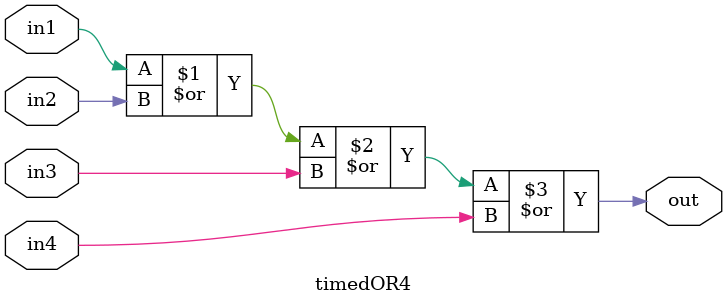
<source format=v>
`timescale 1ns / 1ps

`define	D		0	// definition of the delay


module timedOR4(out, in1, in2, in3, in4);

input in1, in2, in3, in4;
output out;

or		#`D		or1 (out, in1, in2, in3, in4);


endmodule
</source>
